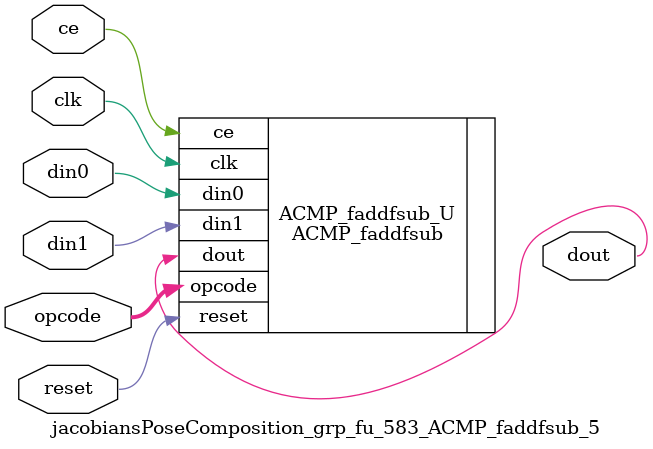
<source format=v>

`timescale 1 ns / 1 ps
module jacobiansPoseComposition_grp_fu_583_ACMP_faddfsub_5(
    clk,
    reset,
    ce,
    din0,
    din1,
    opcode,
    dout);

parameter ID = 32'd1;
parameter NUM_STAGE = 32'd1;
parameter din0_WIDTH = 32'd1;
parameter din1_WIDTH = 32'd1;
parameter dout_WIDTH = 32'd1;
input clk;
input reset;
input ce;
input[din0_WIDTH - 1:0] din0;
input[din1_WIDTH - 1:0] din1;
input[2 - 1:0] opcode;
output[dout_WIDTH - 1:0] dout;



ACMP_faddfsub #(
.ID( ID ),
.NUM_STAGE( 4 ),
.din0_WIDTH( din0_WIDTH ),
.din1_WIDTH( din1_WIDTH ),
.dout_WIDTH( dout_WIDTH ))
ACMP_faddfsub_U(
    .clk( clk ),
    .reset( reset ),
    .ce( ce ),
    .din0( din0 ),
    .din1( din1 ),
    .dout( dout ),
    .opcode( opcode ));

endmodule

</source>
